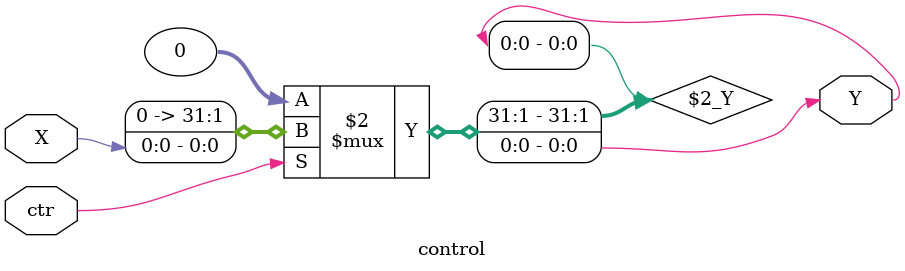
<source format=v>
module control(ctr,X,Y);
input ctr,X;
output Y;

assign Y = ctr ? X : 0;
endmodule
</source>
